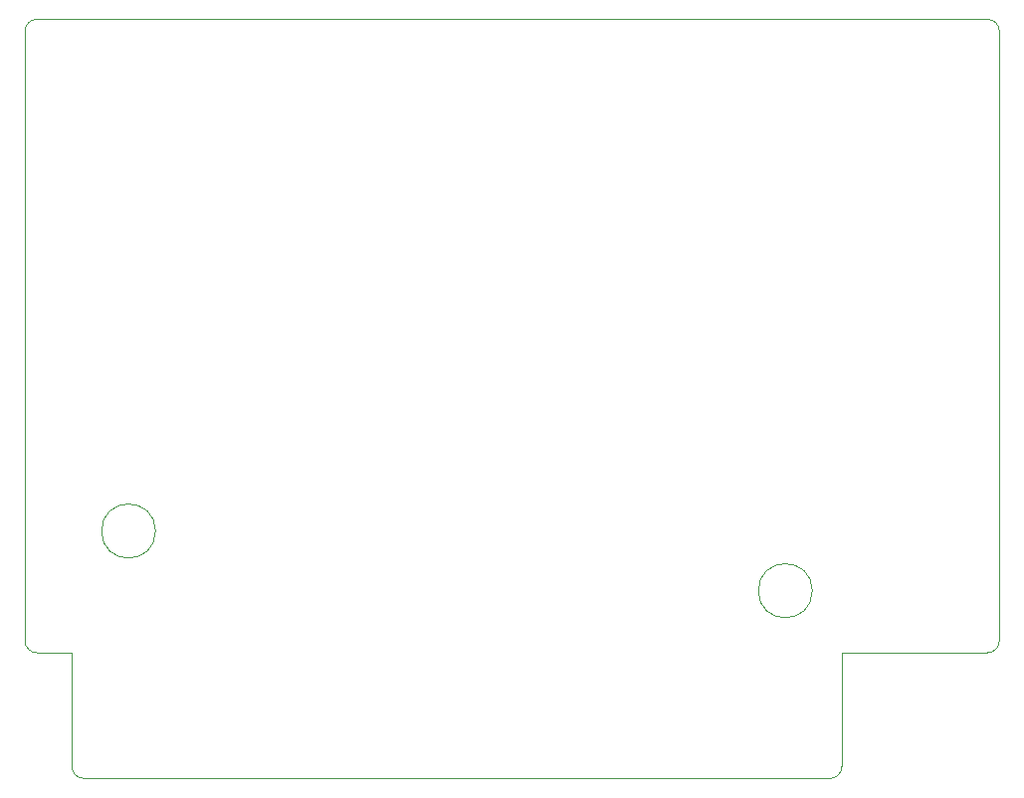
<source format=gbr>
%TF.GenerationSoftware,KiCad,Pcbnew,8.0.6*%
%TF.CreationDate,2024-11-30T11:04:34+01:00*%
%TF.ProjectId,Pico2-MSX,5069636f-322d-44d5-9358-2e6b69636164,0.3*%
%TF.SameCoordinates,Original*%
%TF.FileFunction,Profile,NP*%
%FSLAX46Y46*%
G04 Gerber Fmt 4.6, Leading zero omitted, Abs format (unit mm)*
G04 Created by KiCad (PCBNEW 8.0.6) date 2024-11-30 11:04:34*
%MOMM*%
%LPD*%
G01*
G04 APERTURE LIST*
%TA.AperFunction,Profile*%
%ADD10C,0.100000*%
%TD*%
G04 APERTURE END LIST*
D10*
X200992500Y-61230000D02*
G75*
G02*
X201992500Y-62230000I0J-1000000D01*
G01*
X201992500Y-62230000D02*
X201992500Y-114122500D01*
X124092500Y-125822500D02*
G75*
G02*
X123092500Y-124822500I0J1000000D01*
G01*
X200992500Y-115122500D02*
X188592500Y-115122500D01*
X124092500Y-125822500D02*
X187592500Y-125822500D01*
X120092500Y-115122500D02*
X123092500Y-115122500D01*
X201992500Y-114122500D02*
G75*
G02*
X200992500Y-115122500I-1000000J0D01*
G01*
X188592500Y-124822500D02*
X188592500Y-115122500D01*
X186082500Y-109851500D02*
G75*
G02*
X181482500Y-109851500I-2300000J0D01*
G01*
X181482500Y-109851500D02*
G75*
G02*
X186082500Y-109851500I2300000J0D01*
G01*
X123092500Y-124822500D02*
X123092500Y-115122500D01*
X119092500Y-114122500D02*
X119092500Y-62230000D01*
X119092500Y-62230000D02*
G75*
G02*
X120092500Y-61230000I1000000J0D01*
G01*
X188592500Y-124822500D02*
G75*
G02*
X187592500Y-125822500I-999900J-100D01*
G01*
X120092500Y-61230000D02*
X200992500Y-61230000D01*
X120092500Y-115122500D02*
G75*
G02*
X119092500Y-114122500I0J1000000D01*
G01*
X130202500Y-104771500D02*
G75*
G02*
X125602500Y-104771500I-2300000J0D01*
G01*
X125602500Y-104771500D02*
G75*
G02*
X130202500Y-104771500I2300000J0D01*
G01*
M02*

</source>
